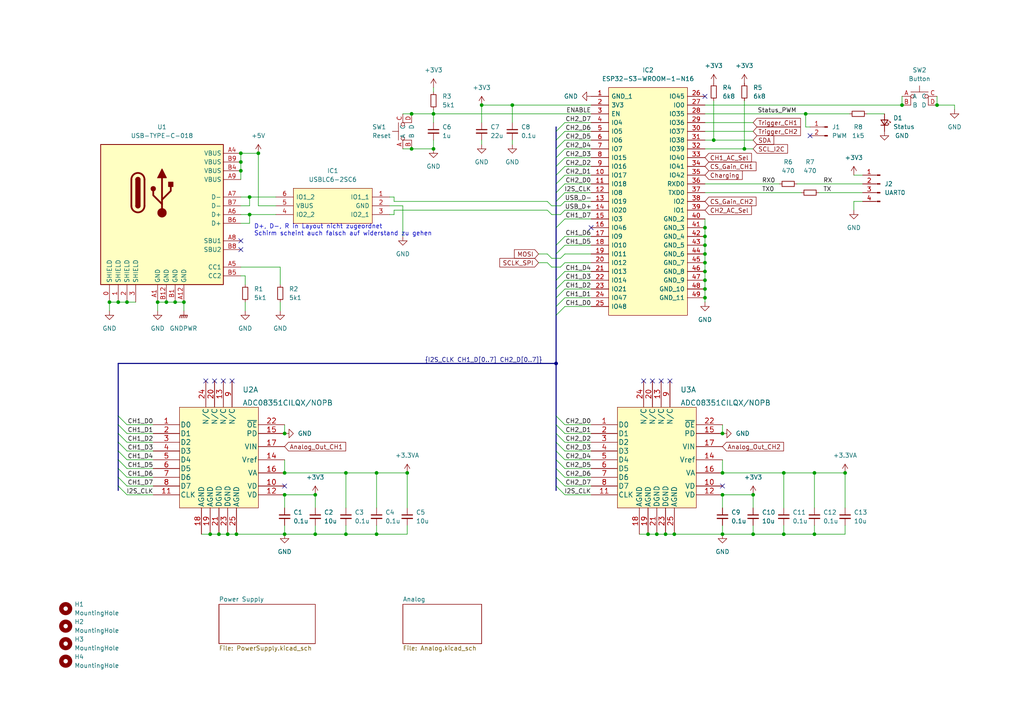
<source format=kicad_sch>
(kicad_sch (version 20211123) (generator eeschema)
  (paper "A4")
  (lib_symbols
    (symbol "ADC08351CILQX{brace}slash}NOPB_1" (pin_names (offset 0.254))
      (property "Reference" "U" (at 20.32 10.16 0))
      (property "Value" "ADC08351CILQX{brace}slash}NOPB_1" (at 20.32 7.62 0))
      (symbol "ADC08351CILQX{brace}slash}NOPB_1_1_1"
        (pin output line (at 43.18 -10.16 180) (length 7.62) (name "D0") (number "1"))
        (pin passive line (at 5.08 -27.94 0) (length 7.62) (name "VD") (number "10"))
        (pin input line (at 43.18 -30.48 180) (length 7.62) (name "CLK") (number "11"))
        (pin passive line (at 5.08 -30.48 0) (length 7.62) (name "VD") (number "12"))
        (pin free line (at 22.86 2.54 270) (length 7.62) (name "N/C") (number "13"))
        (pin input line (at 5.08 -20.32 0) (length 7.62) (name "Vref") (number "14"))
        (pin passive line (at 5.08 -12.7 0) (length 7.62) (name "PD") (number "15"))
        (pin passive line (at 5.08 -24.13 0) (length 7.62) (name "VA") (number "16"))
        (pin input line (at 5.08 -16.51 0) (length 7.62) (name "VIN") (number "17"))
        (pin passive line (at 29.21 -41.91 90) (length 7.62) (name "AGND") (number "18"))
        (pin passive line (at 26.67 -41.91 90) (length 7.62) (name "AGND") (number "19"))
        (pin output line (at 43.18 -12.7 180) (length 7.62) (name "D1") (number "2"))
        (pin free line (at 25.4 2.54 270) (length 7.62) (name "N/C") (number "20"))
        (pin passive line (at 24.13 -41.91 90) (length 7.62) (name "DGND") (number "21"))
        (pin passive line (at 5.08 -10.16 0) (length 7.62) (name "~{OE}") (number "22"))
        (pin passive line (at 21.59 -41.91 90) (length 7.62) (name "DGND") (number "23"))
        (pin free line (at 27.94 2.54 270) (length 7.62) (name "N/C") (number "24"))
        (pin passive line (at 19.05 -41.91 90) (length 7.62) (name "AGND") (number "25"))
        (pin output line (at 43.18 -15.24 180) (length 7.62) (name "D2") (number "3"))
        (pin output line (at 43.18 -17.78 180) (length 7.62) (name "D3") (number "4"))
        (pin output line (at 43.18 -20.32 180) (length 7.62) (name "D4") (number "5"))
        (pin output line (at 43.18 -22.86 180) (length 7.62) (name "D5") (number "6"))
        (pin output line (at 43.18 -25.4 180) (length 7.62) (name "D6") (number "7"))
        (pin output line (at 43.18 -27.94 180) (length 7.62) (name "D7") (number "8"))
        (pin free line (at 20.32 2.54 270) (length 7.62) (name "N/C") (number "9"))
      )
      (symbol "ADC08351CILQX{brace}slash}NOPB_1_2_1"
        (pin passive line (at 0 -20.32 0) (length 7.62) (name "NC") (number "13"))
        (pin passive line (at 0 -20.32 0) (length 7.62) (name "VREF") (number "14"))
        (pin passive line (at 0 0 0) (length 7.62) (name "AGND") (number "18"))
        (pin passive line (at 0 0 0) (length 7.62) (name "AGND") (number "19"))
        (pin passive line (at 0 0 0) (length 7.62) (name "NC") (number "20"))
        (pin passive line (at 0 0 0) (length 7.62) (name "DGND") (number "21"))
        (pin passive line (at 0 -5.08 0) (length 7.62) (name "DGND") (number "23"))
        (pin passive line (at 0 -5.08 0) (length 7.62) (name "NC") (number "24"))
        (pin passive line (at 40.64 -22.86 180) (length 7.62) (name "NC") (number "9"))
      )
    )
    (symbol "Connector:Conn_01x02_Male" (pin_names (offset 1.016) hide)
      (property "Reference" "J" (at 0 2.54 0))
      (property "Value" "Conn_01x02_Male" (at 0 -5.08 0))
      (symbol "Conn_01x02_Male_1_1"
        (pin passive line (at 5.08 0 180) (length 3.81) (name "Pin_1") (number "1"))
        (pin passive line (at 5.08 -2.54 180) (length 3.81) (name "Pin_2") (number "2"))
      )
    )
    (symbol "Connector:Conn_01x04_Male" (pin_names (offset 1.016) hide)
      (property "Reference" "J" (at 0 5.08 0))
      (property "Value" "Conn_01x04_Male" (at 0 -7.62 0))
      (symbol "Conn_01x04_Male_1_1"
        (pin passive line (at 5.08 2.54 180) (length 3.81) (name "Pin_1") (number "1"))
        (pin passive line (at 5.08 0 180) (length 3.81) (name "Pin_2") (number "2"))
        (pin passive line (at 5.08 -2.54 180) (length 3.81) (name "Pin_3") (number "3"))
        (pin passive line (at 5.08 -5.08 180) (length 3.81) (name "Pin_4") (number "4"))
      )
    )
    (symbol "Device:C_Small" (pin_numbers hide) (pin_names (offset 0.254) hide)
      (property "Reference" "C" (at 0.254 1.778 0))
      (property "Value" "C_Small" (at 0.254 -2.032 0))
      (symbol "C_Small_1_1"
        (pin passive line (at 0 2.54 270) (length 2.032) (name "~") (number "1"))
        (pin passive line (at 0 -2.54 90) (length 2.032) (name "~") (number "2"))
      )
    )
    (symbol "Device:LED_Small" (pin_numbers hide) (pin_names (offset 0.254) hide)
      (property "Reference" "D" (at -1.27 3.175 0))
      (property "Value" "LED_Small" (at -4.445 -2.54 0))
      (symbol "LED_Small_1_1"
        (pin passive line (at -2.54 0 0) (length 1.778) (name "K") (number "1"))
        (pin passive line (at 2.54 0 180) (length 1.778) (name "A") (number "2"))
      )
    )
    (symbol "Device:R_Small" (pin_numbers hide) (pin_names (offset 0.254) hide)
      (property "Reference" "R" (at 0.762 0.508 0))
      (property "Value" "R_Small" (at 0.762 -1.016 0))
      (symbol "R_Small_1_1"
        (pin passive line (at 0 2.54 270) (length 0.762) (name "~") (number "1"))
        (pin passive line (at 0 -2.54 90) (length 0.762) (name "~") (number "2"))
      )
    )
    (symbol "Mechanical:MountingHole" (pin_names (offset 1.016))
      (property "Reference" "H" (at 0 5.08 0))
      (property "Value" "MountingHole" (at 0 3.175 0))
    )
    (symbol "power:+3.3V" (power) (pin_names (offset 0))
      (property "Value" "+3.3V" (at 0 3.556 0))
      (symbol "+3.3V_1_1"
        (pin power_in line (at 0 0 90) (length 0) hide (name "+3V3") (number "1"))
      )
    )
    (symbol "power:+3.3VA" (power) (pin_names (offset 0))
      (property "Value" "+3.3VA" (at 0 3.556 0))
      (symbol "+3.3VA_1_1"
        (pin power_in line (at 0 0 90) (length 0) hide (name "+3.3VA") (number "1"))
      )
    )
    (symbol "power:+5V" (power) (pin_names (offset 0))
      (property "Value" "+5V" (at 0 3.556 0))
      (symbol "+5V_1_1"
        (pin power_in line (at 0 0 90) (length 0) hide (name "+5V") (number "1"))
      )
    )
    (symbol "power:GND" (power) (pin_names (offset 0))
      (property "Value" "GND" (at 0 -3.81 0))
      (symbol "GND_1_1"
        (pin power_in line (at 0 0 270) (length 0) hide (name "GND") (number "1"))
      )
    )
    (symbol "power:GNDPWR" (power) (pin_names (offset 0))
      (property "Value" "GNDPWR" (at 0 -3.302 0))
      (symbol "GNDPWR_1_1"
        (pin power_in line (at 0 0 270) (length 0) hide (name "GNDPWR") (number "1"))
      )
    )
    (symbol "project_library:ADC08351CILQX{brace}slash}NOPB" (pin_names (offset 0.254))
      (property "Reference" "U" (at 20.32 10.16 0))
      (property "Value" "ADC08351CILQX{brace}slash}NOPB" (at 20.32 7.62 0))
      (symbol "ADC08351CILQX{brace}slash}NOPB_1_1"
        (pin output line (at 43.18 -10.16 180) (length 7.62) (name "D0") (number "1"))
        (pin passive line (at 5.08 -27.94 0) (length 7.62) (name "VD") (number "10"))
        (pin input line (at 43.18 -30.48 180) (length 7.62) (name "CLK") (number "11"))
        (pin passive line (at 5.08 -30.48 0) (length 7.62) (name "VD") (number "12"))
        (pin free line (at 22.86 2.54 270) (length 7.62) (name "N/C") (number "13"))
        (pin input line (at 5.08 -20.32 0) (length 7.62) (name "Vref") (number "14"))
        (pin passive line (at 5.08 -12.7 0) (length 7.62) (name "PD") (number "15"))
        (pin passive line (at 5.08 -24.13 0) (length 7.62) (name "VA") (number "16"))
        (pin input line (at 5.08 -16.51 0) (length 7.62) (name "VIN") (number "17"))
        (pin passive line (at 29.21 -41.91 90) (length 7.62) (name "AGND") (number "18"))
        (pin passive line (at 26.67 -41.91 90) (length 7.62) (name "AGND") (number "19"))
        (pin output line (at 43.18 -12.7 180) (length 7.62) (name "D1") (number "2"))
        (pin free line (at 25.4 2.54 270) (length 7.62) (name "N/C") (number "20"))
        (pin passive line (at 24.13 -41.91 90) (length 7.62) (name "DGND") (number "21"))
        (pin passive line (at 5.08 -10.16 0) (length 7.62) (name "~{OE}") (number "22"))
        (pin passive line (at 21.59 -41.91 90) (length 7.62) (name "DGND") (number "23"))
        (pin free line (at 27.94 2.54 270) (length 7.62) (name "N/C") (number "24"))
        (pin passive line (at 19.05 -41.91 90) (length 7.62) (name "AGND") (number "25"))
        (pin output line (at 43.18 -15.24 180) (length 7.62) (name "D2") (number "3"))
        (pin output line (at 43.18 -17.78 180) (length 7.62) (name "D3") (number "4"))
        (pin output line (at 43.18 -20.32 180) (length 7.62) (name "D4") (number "5"))
        (pin output line (at 43.18 -22.86 180) (length 7.62) (name "D5") (number "6"))
        (pin output line (at 43.18 -25.4 180) (length 7.62) (name "D6") (number "7"))
        (pin output line (at 43.18 -27.94 180) (length 7.62) (name "D7") (number "8"))
        (pin free line (at 20.32 2.54 270) (length 7.62) (name "N/C") (number "9"))
      )
      (symbol "ADC08351CILQX{brace}slash}NOPB_2_1"
        (pin passive line (at 0 -20.32 0) (length 7.62) (name "NC") (number "13"))
        (pin passive line (at 0 -20.32 0) (length 7.62) (name "VREF") (number "14"))
        (pin passive line (at 0 0 0) (length 7.62) (name "AGND") (number "18"))
        (pin passive line (at 0 0 0) (length 7.62) (name "AGND") (number "19"))
        (pin passive line (at 0 0 0) (length 7.62) (name "NC") (number "20"))
        (pin passive line (at 0 0 0) (length 7.62) (name "DGND") (number "21"))
        (pin passive line (at 0 -5.08 0) (length 7.62) (name "DGND") (number "23"))
        (pin passive line (at 0 -5.08 0) (length 7.62) (name "NC") (number "24"))
        (pin passive line (at 40.64 -22.86 180) (length 7.62) (name "NC") (number "9"))
      )
    )
    (symbol "project_library:Button"
      (property "Reference" "SW" (at 0 0 0))
      (property "Value" "Button" (at 0 0 0))
      (symbol "Button_0_1"
        (pin passive line (at -5.08 -5.08 0) (length 2.54) (name "A") (number "A"))
        (pin passive line (at -5.08 -7.62 0) (length 2.54) (name "B") (number "B"))
        (pin passive line (at 5.08 -5.08 180) (length 2.54) (name "C") (number "C"))
        (pin passive line (at 5.08 -7.62 180) (length 2.54) (name "D") (number "D"))
      )
    )
    (symbol "project_library:ESP32-S3-WROOM-1-N16" (pin_names (offset 0.762))
      (property "Reference" "IC" (at 29.21 7.62 0))
      (property "Value" "ESP32-S3-WROOM-1-N16" (at 29.21 5.08 0))
      (symbol "ESP32-S3-WROOM-1-N16_0_0"
        (pin passive line (at 0 0 0) (length 5.08) (name "GND_1") (number "1"))
        (pin passive line (at 0 -22.86 0) (length 5.08) (name "IO17") (number "10"))
        (pin passive line (at 0 -25.4 0) (length 5.08) (name "IO18") (number "11"))
        (pin passive line (at 0 -27.94 0) (length 5.08) (name "IO8") (number "12"))
        (pin passive line (at 0 -30.48 0) (length 5.08) (name "IO19") (number "13"))
        (pin passive line (at 0 -33.02 0) (length 5.08) (name "IO20") (number "14"))
        (pin passive line (at 0 -35.56 0) (length 5.08) (name "IO3") (number "15"))
        (pin passive line (at 0 -38.1 0) (length 5.08) (name "IO46") (number "16"))
        (pin passive line (at 0 -40.64 0) (length 5.08) (name "IO9") (number "17"))
        (pin passive line (at 0 -43.18 0) (length 5.08) (name "IO10") (number "18"))
        (pin passive line (at 0 -45.72 0) (length 5.08) (name "IO11") (number "19"))
        (pin passive line (at 0 -2.54 0) (length 5.08) (name "3V3") (number "2"))
        (pin passive line (at 0 -48.26 0) (length 5.08) (name "IO12") (number "20"))
        (pin passive line (at 0 -50.8 0) (length 5.08) (name "IO13") (number "21"))
        (pin passive line (at 0 -53.34 0) (length 5.08) (name "IO14") (number "22"))
        (pin passive line (at 0 -55.88 0) (length 5.08) (name "IO21") (number "23"))
        (pin passive line (at 0 -58.42 0) (length 5.08) (name "IO47") (number "24"))
        (pin passive line (at 0 -60.96 0) (length 5.08) (name "IO48") (number "25"))
        (pin passive line (at 33.02 0 180) (length 5.08) (name "IO45") (number "26"))
        (pin passive line (at 33.02 -2.54 180) (length 5.08) (name "IO0") (number "27"))
        (pin passive line (at 33.02 -5.08 180) (length 5.08) (name "IO35") (number "28"))
        (pin passive line (at 33.02 -7.62 180) (length 5.08) (name "IO36") (number "29"))
        (pin passive line (at 0 -5.08 0) (length 5.08) (name "EN") (number "3"))
        (pin passive line (at 33.02 -10.16 180) (length 5.08) (name "IO37") (number "30"))
        (pin passive line (at 33.02 -12.7 180) (length 5.08) (name "IO38") (number "31"))
        (pin passive line (at 33.02 -15.24 180) (length 5.08) (name "IO39") (number "32"))
        (pin passive line (at 33.02 -17.78 180) (length 5.08) (name "IO40") (number "33"))
        (pin passive line (at 33.02 -20.32 180) (length 5.08) (name "IO41") (number "34"))
        (pin passive line (at 33.02 -22.86 180) (length 5.08) (name "IO42") (number "35"))
        (pin passive line (at 33.02 -25.4 180) (length 5.08) (name "RXD0") (number "36"))
        (pin passive line (at 33.02 -27.94 180) (length 5.08) (name "TXD0") (number "37"))
        (pin passive line (at 33.02 -30.48 180) (length 5.08) (name "IO2") (number "38"))
        (pin passive line (at 33.02 -33.02 180) (length 5.08) (name "IO1") (number "39"))
        (pin passive line (at 0 -7.62 0) (length 5.08) (name "IO4") (number "4"))
        (pin passive line (at 33.02 -35.56 180) (length 5.08) (name "GND_2") (number "40"))
        (pin passive line (at 33.02 -38.1 180) (length 5.08) (name "GND_3") (number "41"))
        (pin passive line (at 33.02 -40.64 180) (length 5.08) (name "GND_4") (number "42"))
        (pin passive line (at 33.02 -43.18 180) (length 5.08) (name "GND_5") (number "43"))
        (pin passive line (at 33.02 -45.72 180) (length 5.08) (name "GND_6") (number "44"))
        (pin passive line (at 33.02 -48.26 180) (length 5.08) (name "GND_7") (number "45"))
        (pin passive line (at 33.02 -50.8 180) (length 5.08) (name "GND_8") (number "46"))
        (pin passive line (at 33.02 -53.34 180) (length 5.08) (name "GND_9") (number "47"))
        (pin passive line (at 33.02 -55.88 180) (length 5.08) (name "GND_10") (number "48"))
        (pin passive line (at 33.02 -58.42 180) (length 5.08) (name "GND_11") (number "49"))
        (pin passive line (at 0 -10.16 0) (length 5.08) (name "IO5") (number "5"))
        (pin passive line (at 0 -12.7 0) (length 5.08) (name "IO6") (number "6"))
        (pin passive line (at 0 -15.24 0) (length 5.08) (name "IO7") (number "7"))
        (pin passive line (at 0 -17.78 0) (length 5.08) (name "IO15") (number "8"))
        (pin passive line (at 0 -20.32 0) (length 5.08) (name "IO16") (number "9"))
      )
    )
    (symbol "project_library:USB-TYPE-C-018"
      (property "Reference" "U" (at 11.43 3.81 0))
      (property "Value" "USB-TYPE-C-018" (at 11.43 1.27 0))
      (symbol "USB-TYPE-C-018_1_1"
        (pin passive line (at -13.97 -45.72 90) (length 5.08) (name "SHIELD") (number "0"))
        (pin passive line (at -11.43 -45.72 90) (length 5.08) (name "SHIELD") (number "1"))
        (pin passive line (at -8.89 -45.72 90) (length 5.08) (name "SHIELD") (number "2"))
        (pin passive line (at -6.35 -45.72 90) (length 5.08) (name "SHIELD") (number "3"))
        (pin passive line (at 0 -45.72 90) (length 5.08) (name "GND") (number "A1"))
        (pin passive line (at 7.62 -45.72 90) (length 5.08) (name "GND") (number "A12"))
        (pin passive line (at 24.13 -2.54 180) (length 5.08) (name "VBUS") (number "A4"))
        (pin bidirectional line (at 24.13 -35.56 180) (length 5.08) (name "CC1") (number "A5"))
        (pin bidirectional line (at 24.13 -20.32 180) (length 5.08) (name "D+") (number "A6"))
        (pin bidirectional line (at 24.13 -15.24 180) (length 5.08) (name "D-") (number "A7"))
        (pin bidirectional line (at 24.13 -27.94 180) (length 5.08) (name "SBU1") (number "A8"))
        (pin passive line (at 24.13 -10.16 180) (length 5.08) (name "VBUS") (number "A9"))
        (pin passive line (at 5.08 -45.72 90) (length 5.08) (name "GND") (number "B1"))
        (pin passive line (at 2.54 -45.72 90) (length 5.08) (name "GND") (number "B12"))
        (pin passive line (at 24.13 -7.62 180) (length 5.08) (name "VBUS") (number "B4"))
        (pin bidirectional line (at 24.13 -38.1 180) (length 5.08) (name "CC2") (number "B5"))
        (pin bidirectional line (at 24.13 -22.86 180) (length 5.08) (name "D+") (number "B6"))
        (pin bidirectional line (at 24.13 -17.78 180) (length 5.08) (name "D-") (number "B7"))
        (pin bidirectional line (at 24.13 -30.48 180) (length 5.08) (name "SBU2") (number "B8"))
        (pin passive line (at 24.13 -5.08 180) (length 5.08) (name "VBUS") (number "B9"))
      )
    )
    (symbol "project_library:USBLC6-2SC6" (pin_names (offset 0.762))
      (property "Reference" "IC" (at 29.21 7.62 0))
      (property "Value" "USBLC6-2SC6" (at 29.21 5.08 0))
      (symbol "USBLC6-2SC6_0_0"
        (pin passive line (at 0 0 0) (length 5.08) (name "IO1_1") (number "1"))
        (pin passive line (at 0 -2.54 0) (length 5.08) (name "GND") (number "2"))
        (pin passive line (at 0 -5.08 0) (length 5.08) (name "IO2_1") (number "3"))
        (pin passive line (at 33.02 -5.08 180) (length 5.08) (name "IO2_2") (number "4"))
        (pin passive line (at 33.02 -2.54 180) (length 5.08) (name "VBUS") (number "5"))
        (pin passive line (at 33.02 0 180) (length 5.08) (name "IO1_2") (number "6"))
      )
    )
  )
  (junction (at 204.47 71.12))
  (junction (at 48.26 87.63))
  (junction (at 82.55 125.73))
  (junction (at 215.9 43.18))
  (junction (at 72.39 62.23))
  (junction (at 207.01 40.64))
  (junction (at 218.44 154.94))
  (junction (at 36.83 87.63))
  (junction (at 91.44 143.51))
  (junction (at 91.44 154.94))
  (junction (at 31.75 87.63))
  (junction (at 63.5 154.94))
  (junction (at 118.11 137.16))
  (junction (at 204.47 86.36))
  (junction (at 69.85 49.53))
  (junction (at 34.29 87.63))
  (junction (at 204.47 68.58))
  (junction (at 236.22 137.16))
  (junction (at 204.47 76.2))
  (junction (at 69.85 44.45))
  (junction (at 271.78 30.48))
  (junction (at 139.7 30.48))
  (junction (at 261.62 30.48))
  (junction (at 233.68 33.02))
  (junction (at 68.58 154.94))
  (junction (at 74.93 44.45))
  (junction (at 204.47 83.82))
  (junction (at 82.55 137.16))
  (junction (at 204.47 78.74))
  (junction (at 82.55 143.51))
  (junction (at 69.85 46.99))
  (junction (at 100.33 154.94))
  (junction (at 195.58 154.94))
  (junction (at 209.55 143.51))
  (junction (at 236.22 154.94))
  (junction (at 204.47 66.04))
  (junction (at 119.38 33.02))
  (junction (at 209.55 154.94))
  (junction (at 125.73 33.02))
  (junction (at 45.72 87.63))
  (junction (at 227.33 154.94))
  (junction (at 209.55 137.16))
  (junction (at 50.8 87.63))
  (junction (at 125.73 43.18))
  (junction (at 66.04 154.94))
  (junction (at 100.33 137.16))
  (junction (at 72.39 57.15))
  (junction (at 119.38 43.18))
  (junction (at 187.96 154.94))
  (junction (at 209.55 125.73))
  (junction (at 109.22 137.16))
  (junction (at 204.47 81.28))
  (junction (at 204.47 73.66))
  (junction (at 193.04 154.94))
  (junction (at 218.44 143.51))
  (junction (at 109.22 154.94))
  (junction (at 148.59 30.48))
  (junction (at 190.5 154.94))
  (junction (at 245.11 137.16))
  (junction (at 82.55 154.94))
  (junction (at 60.96 154.94))
  (junction (at 53.34 87.63))
  (junction (at 227.33 137.16))
  (junction (at 161.29 105.41))
  (no_connect (at 82.55 140.97))
  (no_connect (at 69.85 69.85))
  (no_connect (at 69.85 72.39))
  (no_connect (at 59.69 110.49))
  (no_connect (at 62.23 110.49))
  (no_connect (at 67.31 110.49))
  (no_connect (at 64.77 110.49))
  (no_connect (at 186.69 110.49))
  (no_connect (at 194.31 110.49))
  (no_connect (at 209.55 140.97))
  (no_connect (at 189.23 110.49))
  (no_connect (at 204.47 27.94))
  (no_connect (at 171.45 66.04))
  (no_connect (at 191.77 110.49))
  (no_connect (at 234.95 39.37))
  (bus_entry (at 161.29 73.66) (size 2.54 -2.54))
  (bus_entry (at 34.29 128.27) (size 2.54 2.54))
  (bus_entry (at 34.29 125.73) (size 2.54 2.54))
  (bus_entry (at 161.29 40.64) (size 2.54 -2.54))
  (bus_entry (at 161.29 45.72) (size 2.54 -2.54))
  (bus_entry (at 161.29 58.42) (size 2.54 -2.54))
  (bus_entry (at 161.29 86.36) (size 2.54 -2.54))
  (bus_entry (at 161.29 125.73) (size 2.54 2.54))
  (bus_entry (at 161.29 140.97) (size 2.54 2.54))
  (bus_entry (at 161.29 66.04) (size 2.54 -2.54))
  (bus_entry (at 161.29 91.44) (size 2.54 -2.54))
  (bus_entry (at 161.29 38.1) (size 2.54 -2.54))
  (bus_entry (at 34.29 140.97) (size 2.54 2.54))
  (bus_entry (at 34.29 120.65) (size 2.54 2.54))
  (bus_entry (at 34.29 133.35) (size 2.54 2.54))
  (bus_entry (at 34.29 135.89) (size 2.54 2.54))
  (bus_entry (at 161.29 81.28) (size 2.54 -2.54))
  (bus_entry (at 34.29 130.81) (size 2.54 2.54))
  (bus_entry (at 161.29 48.26) (size 2.54 -2.54))
  (bus_entry (at 161.29 50.8) (size 2.54 -2.54))
  (bus_entry (at 161.29 135.89) (size 2.54 2.54))
  (bus_entry (at 161.29 55.88) (size 2.54 -2.54))
  (bus_entry (at 161.29 88.9) (size 2.54 -2.54))
  (bus_entry (at 161.29 133.35) (size 2.54 2.54))
  (bus_entry (at 161.29 71.12) (size 2.54 -2.54))
  (bus_entry (at 161.29 83.82) (size 2.54 -2.54))
  (bus_entry (at 161.29 53.34) (size 2.54 -2.54))
  (bus_entry (at 161.29 120.65) (size 2.54 2.54))
  (bus_entry (at 161.29 123.19) (size 2.54 2.54))
  (bus_entry (at 161.29 138.43) (size 2.54 2.54))
  (bus_entry (at 161.29 43.18) (size 2.54 -2.54))
  (bus_entry (at 161.29 128.27) (size 2.54 2.54))
  (bus_entry (at 34.29 123.19) (size 2.54 2.54))
  (bus_entry (at 161.29 130.81) (size 2.54 2.54))
  (bus_entry (at 34.29 138.43) (size 2.54 2.54))
  (wire (pts (xy 218.44 152.4) (xy 218.44 154.94)))
  (bus (pts (xy 161.29 140.97) (xy 161.29 142.24)))
  (wire (pts (xy 261.62 27.94) (xy 261.62 30.48)))
  (wire (pts (xy 91.44 154.94) (xy 82.55 154.94)))
  (wire (pts (xy 69.85 77.47) (xy 81.28 77.47)))
  (wire (pts (xy 250.19 58.42) (xy 247.65 58.42)))
  (wire (pts (xy 160.02 59.69) (xy 158.75 58.42)))
  (wire (pts (xy 271.78 30.48) (xy 276.86 30.48)))
  (wire (pts (xy 163.83 58.42) (xy 162.56 59.69)))
  (wire (pts (xy 218.44 154.94) (xy 227.33 154.94)))
  (wire (pts (xy 109.22 137.16) (xy 100.33 137.16)))
  (bus (pts (xy 161.29 105.41) (xy 161.29 120.65)))
  (wire (pts (xy 125.73 33.02) (xy 171.45 33.02)))
  (wire (pts (xy 163.83 78.74) (xy 171.45 78.74)))
  (wire (pts (xy 118.11 147.32) (xy 118.11 137.16)))
  (wire (pts (xy 245.11 152.4) (xy 245.11 154.94)))
  (wire (pts (xy 190.5 154.94) (xy 193.04 154.94)))
  (bus (pts (xy 161.29 81.28) (xy 161.29 83.82)))
  (wire (pts (xy 237.49 55.88) (xy 250.19 55.88)))
  (wire (pts (xy 119.38 33.02) (xy 125.73 33.02)))
  (wire (pts (xy 125.73 40.64) (xy 125.73 43.18)))
  (wire (pts (xy 114.3 60.96) (xy 114.3 62.23)))
  (wire (pts (xy 82.55 133.35) (xy 82.55 137.16)))
  (wire (pts (xy 116.84 59.69) (xy 116.84 68.58)))
  (wire (pts (xy 233.68 33.02) (xy 246.38 33.02)))
  (wire (pts (xy 276.86 31.75) (xy 276.86 30.48)))
  (wire (pts (xy 163.83 60.96) (xy 171.45 60.96)))
  (wire (pts (xy 207.01 29.21) (xy 207.01 40.64)))
  (wire (pts (xy 36.83 140.97) (xy 44.45 140.97)))
  (wire (pts (xy 163.83 48.26) (xy 171.45 48.26)))
  (wire (pts (xy 163.83 86.36) (xy 171.45 86.36)))
  (wire (pts (xy 227.33 152.4) (xy 227.33 154.94)))
  (bus (pts (xy 34.29 125.73) (xy 34.29 128.27)))
  (bus (pts (xy 34.29 105.41) (xy 34.29 120.65)))
  (wire (pts (xy 72.39 57.15) (xy 80.01 57.15)))
  (wire (pts (xy 91.44 154.94) (xy 100.33 154.94)))
  (wire (pts (xy 204.47 30.48) (xy 261.62 30.48)))
  (wire (pts (xy 163.83 71.12) (xy 171.45 71.12)))
  (wire (pts (xy 160.02 74.93) (xy 158.75 73.66)))
  (bus (pts (xy 161.29 50.8) (xy 161.29 53.34)))
  (wire (pts (xy 45.72 87.63) (xy 45.72 90.17)))
  (wire (pts (xy 204.47 86.36) (xy 204.47 87.63)))
  (bus (pts (xy 161.29 130.81) (xy 161.29 133.35)))
  (wire (pts (xy 163.83 88.9) (xy 171.45 88.9)))
  (wire (pts (xy 163.83 130.81) (xy 171.45 130.81)))
  (wire (pts (xy 74.93 59.69) (xy 80.01 59.69)))
  (wire (pts (xy 204.47 68.58) (xy 204.47 71.12)))
  (wire (pts (xy 36.83 143.51) (xy 44.45 143.51)))
  (wire (pts (xy 118.11 154.94) (xy 109.22 154.94)))
  (wire (pts (xy 236.22 137.16) (xy 236.22 147.32)))
  (wire (pts (xy 156.21 73.66) (xy 158.75 73.66)))
  (wire (pts (xy 204.47 83.82) (xy 204.47 86.36)))
  (wire (pts (xy 233.68 33.02) (xy 233.68 36.83)))
  (wire (pts (xy 113.03 57.15) (xy 114.3 57.15)))
  (wire (pts (xy 163.83 55.88) (xy 171.45 55.88)))
  (wire (pts (xy 69.85 44.45) (xy 69.85 46.99)))
  (wire (pts (xy 100.33 137.16) (xy 100.33 147.32)))
  (bus (pts (xy 161.29 91.44) (xy 161.29 105.41)))
  (wire (pts (xy 139.7 40.64) (xy 139.7 41.91)))
  (wire (pts (xy 163.83 81.28) (xy 171.45 81.28)))
  (bus (pts (xy 161.29 88.9) (xy 161.29 91.44)))
  (wire (pts (xy 204.47 43.18) (xy 215.9 43.18)))
  (bus (pts (xy 161.29 36.83) (xy 161.29 38.1)))
  (wire (pts (xy 116.84 43.18) (xy 119.38 43.18)))
  (wire (pts (xy 158.75 58.42) (xy 114.3 58.42)))
  (wire (pts (xy 193.04 154.94) (xy 195.58 154.94)))
  (wire (pts (xy 69.85 44.45) (xy 74.93 44.45)))
  (wire (pts (xy 72.39 62.23) (xy 69.85 62.23)))
  (wire (pts (xy 163.83 76.2) (xy 162.56 77.47)))
  (bus (pts (xy 161.29 128.27) (xy 161.29 130.81)))
  (wire (pts (xy 50.8 87.63) (xy 53.34 87.63)))
  (wire (pts (xy 71.12 87.63) (xy 71.12 90.17)))
  (wire (pts (xy 204.47 53.34) (xy 226.06 53.34)))
  (bus (pts (xy 34.29 133.35) (xy 34.29 135.89)))
  (wire (pts (xy 48.26 87.63) (xy 50.8 87.63)))
  (wire (pts (xy 91.44 147.32) (xy 91.44 143.51)))
  (wire (pts (xy 148.59 30.48) (xy 148.59 35.56)))
  (wire (pts (xy 247.65 58.42) (xy 247.65 60.96)))
  (wire (pts (xy 163.83 123.19) (xy 171.45 123.19)))
  (wire (pts (xy 72.39 59.69) (xy 69.85 59.69)))
  (bus (pts (xy 34.29 138.43) (xy 34.29 140.97)))
  (wire (pts (xy 100.33 154.94) (xy 109.22 154.94)))
  (wire (pts (xy 204.47 81.28) (xy 204.47 83.82)))
  (wire (pts (xy 58.42 154.94) (xy 60.96 154.94)))
  (wire (pts (xy 204.47 76.2) (xy 204.47 78.74)))
  (wire (pts (xy 163.83 125.73) (xy 171.45 125.73)))
  (wire (pts (xy 204.47 40.64) (xy 207.01 40.64)))
  (wire (pts (xy 195.58 154.94) (xy 209.55 154.94)))
  (wire (pts (xy 204.47 35.56) (xy 218.44 35.56)))
  (wire (pts (xy 109.22 137.16) (xy 109.22 147.32)))
  (wire (pts (xy 209.55 133.35) (xy 209.55 137.16)))
  (bus (pts (xy 161.29 71.12) (xy 161.29 73.66)))
  (bus (pts (xy 161.29 125.73) (xy 161.29 128.27)))
  (wire (pts (xy 218.44 143.51) (xy 209.55 143.51)))
  (wire (pts (xy 66.04 154.94) (xy 68.58 154.94)))
  (wire (pts (xy 82.55 137.16) (xy 100.33 137.16)))
  (wire (pts (xy 72.39 57.15) (xy 69.85 57.15)))
  (bus (pts (xy 161.29 73.66) (xy 161.29 81.28)))
  (wire (pts (xy 160.02 77.47) (xy 158.75 76.2)))
  (wire (pts (xy 163.83 140.97) (xy 171.45 140.97)))
  (wire (pts (xy 163.83 50.8) (xy 171.45 50.8)))
  (wire (pts (xy 69.85 46.99) (xy 69.85 49.53)))
  (wire (pts (xy 163.83 63.5) (xy 171.45 63.5)))
  (bus (pts (xy 161.29 120.65) (xy 161.29 123.19)))
  (wire (pts (xy 218.44 154.94) (xy 209.55 154.94)))
  (wire (pts (xy 227.33 154.94) (xy 236.22 154.94)))
  (wire (pts (xy 227.33 137.16) (xy 227.33 147.32)))
  (wire (pts (xy 204.47 78.74) (xy 204.47 81.28)))
  (wire (pts (xy 113.03 59.69) (xy 116.84 59.69)))
  (wire (pts (xy 160.02 62.23) (xy 162.56 62.23)))
  (wire (pts (xy 163.83 73.66) (xy 171.45 73.66)))
  (wire (pts (xy 45.72 87.63) (xy 48.26 87.63)))
  (bus (pts (xy 161.29 43.18) (xy 161.29 45.72)))
  (wire (pts (xy 245.11 147.32) (xy 245.11 137.16)))
  (wire (pts (xy 116.84 33.02) (xy 119.38 33.02)))
  (bus (pts (xy 161.29 133.35) (xy 161.29 135.89)))
  (wire (pts (xy 187.96 154.94) (xy 190.5 154.94)))
  (wire (pts (xy 139.7 30.48) (xy 148.59 30.48)))
  (wire (pts (xy 69.85 80.01) (xy 71.12 80.01)))
  (wire (pts (xy 119.38 43.18) (xy 125.73 43.18)))
  (bus (pts (xy 161.29 123.19) (xy 161.29 125.73)))
  (wire (pts (xy 125.73 31.75) (xy 125.73 33.02)))
  (wire (pts (xy 163.83 35.56) (xy 171.45 35.56)))
  (wire (pts (xy 82.55 143.51) (xy 82.55 147.32)))
  (wire (pts (xy 247.65 50.8) (xy 250.19 50.8)))
  (bus (pts (xy 161.29 45.72) (xy 161.29 48.26)))
  (wire (pts (xy 109.22 152.4) (xy 109.22 154.94)))
  (bus (pts (xy 161.29 48.26) (xy 161.29 50.8)))
  (bus (pts (xy 34.29 123.19) (xy 34.29 125.73)))
  (wire (pts (xy 68.58 154.94) (xy 82.55 154.94)))
  (wire (pts (xy 156.21 76.2) (xy 158.75 76.2)))
  (wire (pts (xy 204.47 66.04) (xy 204.47 68.58)))
  (bus (pts (xy 161.29 55.88) (xy 161.29 58.42)))
  (wire (pts (xy 82.55 154.94) (xy 82.55 152.4)))
  (wire (pts (xy 163.83 143.51) (xy 171.45 143.51)))
  (wire (pts (xy 185.42 154.94) (xy 187.96 154.94)))
  (wire (pts (xy 91.44 152.4) (xy 91.44 154.94)))
  (wire (pts (xy 125.73 33.02) (xy 125.73 35.56)))
  (wire (pts (xy 71.12 80.01) (xy 71.12 82.55)))
  (wire (pts (xy 81.28 87.63) (xy 81.28 90.17)))
  (wire (pts (xy 204.47 55.88) (xy 232.41 55.88)))
  (wire (pts (xy 69.85 49.53) (xy 69.85 52.07)))
  (wire (pts (xy 36.83 135.89) (xy 44.45 135.89)))
  (wire (pts (xy 204.47 38.1) (xy 218.44 38.1)))
  (wire (pts (xy 163.83 138.43) (xy 171.45 138.43)))
  (wire (pts (xy 236.22 137.16) (xy 227.33 137.16)))
  (wire (pts (xy 231.14 53.34) (xy 250.19 53.34)))
  (wire (pts (xy 82.55 123.19) (xy 82.55 125.73)))
  (wire (pts (xy 114.3 62.23) (xy 113.03 62.23)))
  (bus (pts (xy 34.29 128.27) (xy 34.29 130.81)))
  (bus (pts (xy 34.29 120.65) (xy 34.29 123.19)))
  (wire (pts (xy 36.83 130.81) (xy 44.45 130.81)))
  (bus (pts (xy 34.29 135.89) (xy 34.29 138.43)))
  (wire (pts (xy 218.44 147.32) (xy 218.44 143.51)))
  (wire (pts (xy 218.44 43.18) (xy 215.9 43.18)))
  (wire (pts (xy 63.5 154.94) (xy 66.04 154.94)))
  (bus (pts (xy 161.29 58.42) (xy 161.29 66.04)))
  (wire (pts (xy 204.47 71.12) (xy 204.47 73.66)))
  (wire (pts (xy 163.83 83.82) (xy 171.45 83.82)))
  (wire (pts (xy 139.7 30.48) (xy 139.7 35.56)))
  (wire (pts (xy 34.29 87.63) (xy 36.83 87.63)))
  (wire (pts (xy 163.83 135.89) (xy 171.45 135.89)))
  (wire (pts (xy 163.83 53.34) (xy 171.45 53.34)))
  (wire (pts (xy 36.83 123.19) (xy 44.45 123.19)))
  (wire (pts (xy 72.39 62.23) (xy 80.01 62.23)))
  (wire (pts (xy 204.47 73.66) (xy 204.47 76.2)))
  (wire (pts (xy 271.78 27.94) (xy 271.78 30.48)))
  (wire (pts (xy 251.46 33.02) (xy 256.54 33.02)))
  (wire (pts (xy 31.75 87.63) (xy 31.75 90.17)))
  (bus (pts (xy 34.29 105.41) (xy 161.29 105.41)))
  (wire (pts (xy 114.3 60.96) (xy 158.75 60.96)))
  (wire (pts (xy 72.39 64.77) (xy 69.85 64.77)))
  (wire (pts (xy 36.83 138.43) (xy 44.45 138.43)))
  (wire (pts (xy 204.47 63.5) (xy 204.47 66.04)))
  (wire (pts (xy 163.83 45.72) (xy 171.45 45.72)))
  (wire (pts (xy 36.83 133.35) (xy 44.45 133.35)))
  (wire (pts (xy 162.56 59.69) (xy 160.02 59.69)))
  (wire (pts (xy 125.73 25.4) (xy 125.73 26.67)))
  (wire (pts (xy 148.59 30.48) (xy 171.45 30.48)))
  (wire (pts (xy 163.83 38.1) (xy 171.45 38.1)))
  (wire (pts (xy 148.59 40.64) (xy 148.59 41.91)))
  (wire (pts (xy 245.11 137.16) (xy 236.22 137.16)))
  (wire (pts (xy 234.95 36.83) (xy 233.68 36.83)))
  (wire (pts (xy 236.22 152.4) (xy 236.22 154.94)))
  (wire (pts (xy 60.96 154.94) (xy 63.5 154.94)))
  (wire (pts (xy 171.45 76.2) (xy 163.83 76.2)))
  (bus (pts (xy 161.29 40.64) (xy 161.29 43.18)))
  (wire (pts (xy 91.44 143.51) (xy 82.55 143.51)))
  (wire (pts (xy 118.11 152.4) (xy 118.11 154.94)))
  (wire (pts (xy 31.75 87.63) (xy 34.29 87.63)))
  (wire (pts (xy 209.55 154.94) (xy 209.55 152.4)))
  (bus (pts (xy 161.29 83.82) (xy 161.29 86.36)))
  (wire (pts (xy 36.83 128.27) (xy 44.45 128.27)))
  (bus (pts (xy 34.29 130.81) (xy 34.29 133.35)))
  (wire (pts (xy 118.11 137.16) (xy 109.22 137.16)))
  (wire (pts (xy 209.55 123.19) (xy 209.55 125.73)))
  (wire (pts (xy 204.47 33.02) (xy 233.68 33.02)))
  (wire (pts (xy 53.34 87.63) (xy 53.34 90.17)))
  (bus (pts (xy 161.29 138.43) (xy 161.29 140.97)))
  (wire (pts (xy 163.83 43.18) (xy 171.45 43.18)))
  (bus (pts (xy 161.29 53.34) (xy 161.29 55.88)))
  (bus (pts (xy 161.29 38.1) (xy 161.29 40.64)))
  (wire (pts (xy 36.83 125.73) (xy 44.45 125.73)))
  (wire (pts (xy 245.11 154.94) (xy 236.22 154.94)))
  (bus (pts (xy 161.29 135.89) (xy 161.29 138.43)))
  (wire (pts (xy 72.39 57.15) (xy 72.39 59.69)))
  (wire (pts (xy 163.83 133.35) (xy 171.45 133.35)))
  (wire (pts (xy 163.83 58.42) (xy 171.45 58.42)))
  (wire (pts (xy 36.83 87.63) (xy 39.37 87.63)))
  (bus (pts (xy 34.29 140.97) (xy 34.29 142.24)))
  (wire (pts (xy 74.93 59.69) (xy 74.93 44.45)))
  (bus (pts (xy 161.29 86.36) (xy 161.29 88.9)))
  (wire (pts (xy 163.83 60.96) (xy 162.56 62.23)))
  (wire (pts (xy 100.33 152.4) (xy 100.33 154.94)))
  (wire (pts (xy 163.83 73.66) (xy 162.56 74.93)))
  (wire (pts (xy 215.9 29.21) (xy 215.9 43.18)))
  (wire (pts (xy 81.28 77.47) (xy 81.28 82.55)))
  (wire (pts (xy 218.44 40.64) (xy 207.01 40.64)))
  (wire (pts (xy 163.83 40.64) (xy 171.45 40.64)))
  (wire (pts (xy 162.56 74.93) (xy 160.02 74.93)))
  (wire (pts (xy 114.3 58.42) (xy 114.3 57.15)))
  (bus (pts (xy 161.29 66.04) (xy 161.29 71.12)))
  (wire (pts (xy 160.02 62.23) (xy 158.75 60.96)))
  (wire (pts (xy 72.39 62.23) (xy 72.39 64.77)))
  (wire (pts (xy 163.83 68.58) (xy 171.45 68.58)))
  (wire (pts (xy 163.83 128.27) (xy 171.45 128.27)))
  (wire (pts (xy 162.56 77.47) (xy 160.02 77.47)))
  (wire (pts (xy 209.55 137.16) (xy 227.33 137.16)))
  (wire (pts (xy 209.55 143.51) (xy 209.55 147.32)))
  (text "D+, D-, R in Layout nicht zugeordnet\nSchirm scheint auch falsch auf widerstand zu gehen" (at 73.66 68.58 0) (effects (font (size 1.27 1.27)) (justify left bottom)))
  (label "TX" (at 238.76 55.88 0))
  (label "ENABLE" (at 171.45 33.02 180))
  (label "{I2S_CLK CH1_D[0..7] CH2_D[0..7]}" (at 123.19 105.41 0))
  (label "CH1_D0" (at 171.45 88.9 180))
  (label "CH2_D4" (at 171.45 133.35 180))
  (label "CH1_D1" (at 171.45 86.36 180))
  (label "I2S_CLK" (at 171.45 143.51 180))
  (label "CH1_D0" (at 44.45 123.19 180))
  (label "CH1_D2" (at 44.45 128.27 180))
  (label "CH2_D6" (at 171.45 138.43 180))
  (label "CH2_D3" (at 171.45 45.72 180))
  (label "USB_D+" (at 163.83 60.96 0))
  (label "TX0" (at 220.98 55.88 0))
  (label "CH2_D5" (at 171.45 135.89 180))
  (label "I2S_CLK" (at 44.45 143.51 180))
  (label "CH1_D4" (at 44.45 133.35 180))
  (label "CH2_D0" (at 171.45 123.19 180))
  (label "CH2_D7" (at 171.45 140.97 180))
  (label "CH2_D3" (at 171.45 130.81 180))
  (label "I2S_CLK" (at 171.45 55.88 180))
  (label "CH2_D2" (at 171.45 128.27 180))
  (label "CH2_D0" (at 171.45 53.34 180))
  (label "CH1_D5" (at 171.45 71.12 180))
  (label "CH1_D6" (at 171.45 68.58 180))
  (label "CH2_D6" (at 171.45 38.1 180))
  (label "CH1_D7" (at 44.45 140.97 180))
  (label "CH2_D1" (at 171.45 50.8 180))
  (label "CH1_D3" (at 44.45 130.81 180))
  (label "CH2_D2" (at 171.45 48.26 180))
  (label "CH1_D5" (at 44.45 135.89 180))
  (label "CH2_D1" (at 171.45 125.73 180))
  (label "Status_PWM" (at 219.71 33.02 0))
  (label "RX" (at 238.76 53.34 0))
  (label "USB_D-" (at 163.83 58.42 0))
  (label "CH1_D1" (at 44.45 125.73 180))
  (label "CH1_D3" (at 171.45 81.28 180))
  (label "CH1_D6" (at 44.45 138.43 180))
  (label "CH1_D4" (at 171.45 78.74 180))
  (label "CH2_D5" (at 171.45 40.64 180))
  (label "RX0" (at 220.98 53.34 0))
  (label "CH2_D4" (at 171.45 43.18 180))
  (label "CH2_D7" (at 171.45 35.56 180))
  (label "CH1_D7" (at 171.45 63.5 180))
  (label "CH1_D2" (at 171.45 83.82 180))
  (global_label "CS_Gain_CH2" (shape input) (at 204.47 58.42 0) (property "Intersheet References" "${INTERSHEET_REFS}" (effects hide)))
  (global_label "Analog_Out_CH2" (shape input) (at 209.55 129.54 0) (property "Intersheet References" "${INTERSHEET_REFS}" (effects hide)))
  (global_label "Analog_Out_CH1" (shape input) (at 82.55 129.54 0) (property "Intersheet References" "${INTERSHEET_REFS}" (effects hide)))
  (global_label "CH2_AC_Sel" (shape input) (at 204.47 60.96 0) (property "Intersheet References" "${INTERSHEET_REFS}" (effects hide)))
  (global_label "CS_Gain_CH1" (shape input) (at 204.47 48.26 0) (property "Intersheet References" "${INTERSHEET_REFS}" (effects hide)))
  (global_label "Charging" (shape input) (at 204.47 50.8 0) (property "Intersheet References" "${INTERSHEET_REFS}" (effects hide)))
  (global_label "SCL_I2C" (shape input) (at 218.44 43.18 0) (property "Intersheet References" "${INTERSHEET_REFS}" (effects hide)))
  (global_label "SCLK_SPI" (shape input) (at 156.21 76.2 180) (property "Intersheet References" "${INTERSHEET_REFS}" (effects hide)))
  (global_label "MOSI" (shape input) (at 156.21 73.66 180) (property "Intersheet References" "${INTERSHEET_REFS}" (effects hide)))
  (global_label "SDA" (shape input) (at 218.44 40.64 0) (property "Intersheet References" "${INTERSHEET_REFS}" (effects hide)))
  (global_label "Trigger_CH2" (shape input) (at 218.44 38.1 0) (property "Intersheet References" "${INTERSHEET_REFS}" (effects hide)))
  (global_label "CH1_AC_Sel" (shape input) (at 204.47 45.72 0) (property "Intersheet References" "${INTERSHEET_REFS}" (effects hide)))
  (global_label "Trigger_CH1" (shape input) (at 218.44 35.56 0) (property "Intersheet References" "${INTERSHEET_REFS}" (effects hide)))
  (symbol (lib_id "Device:C_Small") (at 125.73 38.1 0) (unit 1)
    (property "Reference" "C6" (at 128.27 36.8362 0) (effects (justify left)))
    (property "Value" "1u" (at 128.27 39.3762 0) (effects (justify left)))
    (property "Footprint" "Capacitor_SMD:C_0805_2012Metric_Pad1.18x1.45mm_HandSolder" (effects hide))
  )
  (symbol (lib_id "Device:C_Small") (at 82.55 149.86 0) (unit 1)
    (property "Reference" "C1" (at 85.09 148.5962 0) (effects (justify left)))
    (property "Value" "0.1u" (at 85.09 151.1362 0) (effects (justify left)))
    (property "Footprint" "Capacitor_SMD:C_0805_2012Metric_Pad1.18x1.45mm_HandSolder" (effects hide))
  )
  (symbol (lib_id "Device:LED_Small") (at 256.54 35.56 270) (mirror x) (unit 1)
    (property "Reference" "D1" (at 259.08 34.2264 90) (effects (justify left)))
    (property "Value" "Status" (at 259.08 36.7664 90) (effects (justify left)))
    (property "Footprint" "LED_SMD:LED_0805_2012Metric_Pad1.15x1.40mm_HandSolder" (effects hide))
  )
  (symbol (lib_id "Device:R_Small") (at 215.9 26.67 0) (mirror x) (unit 1)
    (property "Reference" "R5" (at 218.44 25.4 0) (effects (justify left)))
    (property "Value" "6k8" (at 218.44 27.94 0) (effects (justify left)))
    (property "Footprint" "Resistor_SMD:R_0805_2012Metric_Pad1.20x1.40mm_HandSolder" (effects hide))
  )
  (symbol (lib_id "power:GND") (at 81.28 90.17 0) (unit 1)
    (property "Reference" "#PWR06" (effects hide))
    (property "Value" "GND" (at 81.28 95.25 0))
  )
  (symbol (lib_id "power:+3.3V") (at 91.44 143.51 0) (unit 1)
    (property "Reference" "#PWR09" (effects hide))
    (property "Value" "+3.3V" (at 91.44 138.43 0))
  )
  (symbol (lib_id "power:GND") (at 31.75 90.17 0) (unit 1)
    (property "Reference" "#PWR01" (effects hide))
    (property "Value" "GND" (at 31.75 95.25 0))
  )
  (symbol (lib_id "Device:C_Small") (at 139.7 38.1 0) (unit 1)
    (property "Reference" "C7" (at 142.24 36.8362 0) (effects (justify left)))
    (property "Value" "22u" (at 142.24 39.3762 0) (effects (justify left)))
    (property "Footprint" "Capacitor_SMD:C_0805_2012Metric_Pad1.18x1.45mm_HandSolder" (effects hide))
  )
  (symbol (lib_id "power:GND") (at 209.55 125.73 90) (unit 1)
    (property "Reference" "#PWR020" (effects hide))
    (property "Value" "GND" (at 213.36 125.7299 90) (effects (justify right)))
  )
  (symbol (lib_id "power:GND") (at 125.73 43.18 0) (unit 1)
    (property "Reference" "#PWR013" (effects hide))
    (property "Value" "GND" (at 125.73 48.26 0))
  )
  (symbol (lib_id "Device:R_Small") (at 228.6 53.34 90) (unit 1)
    (property "Reference" "R6" (at 228.6 46.99 90))
    (property "Value" "470" (at 228.6 49.53 90))
    (property "Footprint" "Resistor_SMD:R_0805_2012Metric_Pad1.20x1.40mm_HandSolder" (effects hide))
  )
  (symbol (lib_id "power:+3.3V") (at 215.9 24.13 0) (unit 1)
    (property "Reference" "#PWR022" (effects hide))
    (property "Value" "+3.3V" (at 215.9 19.05 0))
  )
  (symbol (lib_id "Device:C_Small") (at 91.44 149.86 0) (unit 1)
    (property "Reference" "C2" (at 93.98 148.5962 0) (effects (justify left)))
    (property "Value" "10u" (at 93.98 151.1362 0) (effects (justify left)))
    (property "Footprint" "Capacitor_SMD:C_0805_2012Metric_Pad1.18x1.45mm_HandSolder" (effects hide))
  )
  (symbol (lib_id "Device:C_Small") (at 227.33 149.86 0) (unit 1)
    (property "Reference" "C11" (at 229.87 148.5962 0) (effects (justify left)))
    (property "Value" "0.1u" (at 229.87 151.1362 0) (effects (justify left)))
    (property "Footprint" "Capacitor_SMD:C_0805_2012Metric_Pad1.18x1.45mm_HandSolder" (effects hide))
  )
  (symbol (lib_id "power:+3.3V") (at 139.7 30.48 0) (unit 1)
    (property "Reference" "#PWR014" (effects hide))
    (property "Value" "+3.3V" (at 139.7 25.4 0))
  )
  (symbol (lib_id "Device:C_Small") (at 148.59 38.1 0) (unit 1)
    (property "Reference" "C8" (at 151.13 36.8362 0) (effects (justify left)))
    (property "Value" "0.1u" (at 151.13 39.3762 0) (effects (justify left)))
    (property "Footprint" "Capacitor_SMD:C_0805_2012Metric_Pad1.18x1.45mm_HandSolder" (effects hide))
  )
  (symbol (lib_id "power:GND") (at 256.54 38.1 0) (unit 1)
    (property "Reference" "#PWR027" (effects hide))
    (property "Value" "GND" (at 261.62 39.37 0))
  )
  (symbol (lib_id "power:GND") (at 171.45 27.94 270) (unit 1)
    (property "Reference" "#PWR017" (effects hide))
    (property "Value" "GND" (at 167.64 27.9399 90) (effects (justify right)))
  )
  (symbol (lib_id "Device:R_Small") (at 234.95 55.88 90) (unit 1)
    (property "Reference" "R7" (at 234.95 46.99 90))
    (property "Value" "470" (at 234.95 49.53 90))
    (property "Footprint" "Resistor_SMD:R_0805_2012Metric_Pad1.20x1.40mm_HandSolder" (effects hide))
  )
  (symbol (lib_id "Device:C_Small") (at 118.11 149.86 0) (unit 1)
    (property "Reference" "C5" (at 120.65 148.5962 0) (effects (justify left)))
    (property "Value" "10u" (at 120.65 151.1362 0) (effects (justify left)))
    (property "Footprint" "Capacitor_SMD:C_0805_2012Metric_Pad1.18x1.45mm_HandSolder" (effects hide))
  )
  (symbol (lib_id "power:+3.3VA") (at 245.11 137.16 0) (unit 1)
    (property "Reference" "#PWR024" (effects hide))
    (property "Value" "+3.3VA" (at 245.11 132.08 0))
  )
  (symbol (lib_id "Mechanical:MountingHole") (at 19.05 181.61 0) (unit 1)
    (property "Reference" "H2" (at 21.59 180.3399 0) (effects (justify left)))
    (property "Value" "MountingHole" (at 21.59 182.8799 0) (effects (justify left)))
    (property "Footprint" "MountingHole:MountingHole_2.7mm_Pad_TopBottom" (effects hide))
  )
  (symbol (lib_id "power:GNDPWR") (at 53.34 90.17 0) (unit 1)
    (property "Reference" "#PWR03" (effects hide))
    (property "Value" "GNDPWR" (at 53.213 95.25 0))
  )
  (symbol (lib_id "Device:R_Small") (at 248.92 33.02 90) (unit 1)
    (property "Reference" "R8" (at 248.92 36.83 90))
    (property "Value" "1k5" (at 248.92 39.37 90))
    (property "Footprint" "Resistor_SMD:R_0805_2012Metric_Pad1.20x1.40mm_HandSolder" (effects hide))
  )
  (symbol (lib_id "power:+5V") (at 74.93 44.45 0) (unit 1)
    (property "Reference" "#PWR05" (effects hide))
    (property "Value" "+5V" (at 74.93 39.37 0))
  )
  (symbol (lib_id "power:GND") (at 82.55 154.94 0) (unit 1)
    (property "Reference" "#PWR08" (effects hide))
    (property "Value" "GND" (at 82.55 160.02 0))
  )
  (symbol (lib_id "Device:C_Small") (at 209.55 149.86 0) (unit 1)
    (property "Reference" "C9" (at 212.09 148.5962 0) (effects (justify left)))
    (property "Value" "0.1u" (at 212.09 151.1362 0) (effects (justify left)))
    (property "Footprint" "Capacitor_SMD:C_0805_2012Metric_Pad1.18x1.45mm_HandSolder" (effects hide))
  )
  (symbol (lib_id "Mechanical:MountingHole") (at 19.05 176.53 0) (unit 1)
    (property "Reference" "H1" (at 21.59 175.2599 0) (effects (justify left)))
    (property "Value" "MountingHole" (at 21.59 177.7999 0) (effects (justify left)))
    (property "Footprint" "MountingHole:MountingHole_2.7mm_Pad_TopBottom" (effects hide))
  )
  (symbol (lib_id "power:GND") (at 148.59 41.91 0) (unit 1)
    (property "Reference" "#PWR016" (effects hide))
    (property "Value" "GND" (at 148.59 46.99 0))
  )
  (symbol (lib_id "Connector:Conn_01x04_Male") (at 255.27 53.34 0) (mirror y) (unit 1)
    (property "Reference" "J2" (at 256.54 53.34 0) (effects (justify right)))
    (property "Value" "UART0" (at 256.54 55.88 0) (effects (justify right)))
    (property "Footprint" "Connector_PinHeader_2.54mm:PinHeader_1x04_P2.54mm_Vertical" (effects hide))
  )
  (symbol (lib_id "power:GND") (at 139.7 41.91 0) (unit 1)
    (property "Reference" "#PWR015" (effects hide))
    (property "Value" "GND" (at 139.7 46.99 0))
  )
  (symbol (lib_id "project_library:ESP32-S3-WROOM-1-N16") (at 171.45 27.94 0) (unit 1)
    (property "Reference" "IC2" (at 187.96 20.32 0))
    (property "Value" "ESP32-S3-WROOM-1-N16" (at 187.96 22.86 0))
    (property "Footprint" "project_library:ESP32-S3-WROOM-1" (effects hide))
    (property "Datasheet" "https://www.espressif.com/sites/default/files/documentation/esp32-s3-wroom-1_wroom-1u_datasheet_en.pdf" (effects hide))
    (property "Description" "WiFi Modules - 802.11 [Engineering Samples] SMD Module, ESP32-S3, 16 MB SPI Flash, PCB Antenna" (effects hide))
    (property "Height" "3.25" (effects hide))
    (property "Manufacturer_Name" "Espressif Systems" (effects hide))
    (property "Manufacturer_Part_Number" "ESP32-S3-WROOM-1-N16" (effects hide))
    (property "Mouser Part Number" "356-ESP32S3WROOM1N16" (effects hide))
    (property "Mouser Price/Stock" "https://www.mouser.co.uk/ProductDetail/Espressif-Systems/ESP32-S3-WROOM-1-N16?qs=Li%252BoUPsLEntjPrtJwwS5Pw%3D%3D" (effects hide))
  )
  (symbol (lib_id "Device:C_Small") (at 100.33 149.86 0) (unit 1)
    (property "Reference" "C3" (at 102.87 148.5962 0) (effects (justify left)))
    (property "Value" "0.1u" (at 102.87 151.1362 0) (effects (justify left)))
    (property "Footprint" "Capacitor_SMD:C_0805_2012Metric_Pad1.18x1.45mm_HandSolder" (effects hide))
  )
  (symbol (lib_id "project_library:USBLC6-2SC6") (at 113.03 57.15 0) (mirror y) (unit 1)
    (property "Reference" "IC1" (at 96.52 49.53 0))
    (property "Value" "USBLC6-2SC6" (at 96.52 52.07 0))
    (property "Footprint" "project_library:USBLC6-2SC6" (effects hide))
    (property "Datasheet" "http://www.st.com/st-web-ui/static/active/en/resource/technical/document/datasheet/CD00050750.pdf" (effects hide))
    (property "Description" "TVS Diode Array Uni-Directional USBLC6-2SC6 17V, SOT-23 6-Pin" (effects hide))
    (property "Height" "1.45" (effects hide))
    (property "Mouser Part Number" "511-USBLC6-2SC6" (effects hide))
    (property "Mouser Price/Stock" "https://www.mouser.co.uk/ProductDetail/STMicroelectronics/USBLC6-2SC6?qs=po45yt2pPpu%2FhNIlwQdTlg%3D%3D" (effects hide))
    (property "Manufacturer_Name" "STMicroelectronics" (effects hide))
    (property "Manufacturer_Part_Number" "USBLC6-2SC6" (effects hide))
  )
  (symbol (lib_id "Device:R_Small") (at 125.73 29.21 0) (unit 1)
    (property "Reference" "R3" (at 128.27 27.9399 0) (effects (justify left)))
    (property "Value" "5k1" (at 128.27 30.4799 0) (effects (justify left)))
    (property "Footprint" "Resistor_SMD:R_0805_2012Metric_Pad1.20x1.40mm_HandSolder" (effects hide))
  )
  (symbol (lib_id "power:+3.3V") (at 218.44 143.51 0) (unit 1)
    (property "Reference" "#PWR023" (effects hide))
    (property "Value" "+3.3V" (at 218.44 138.43 0))
  )
  (symbol (lib_id "power:GND") (at 247.65 60.96 0) (unit 1)
    (property "Reference" "#PWR026" (effects hide))
    (property "Value" "GND" (at 247.65 66.04 0))
  )
  (symbol (lib_id "Device:C_Small") (at 245.11 149.86 0) (unit 1)
    (property "Reference" "C13" (at 247.65 148.5962 0) (effects (justify left)))
    (property "Value" "10u" (at 247.65 151.1362 0) (effects (justify left)))
    (property "Footprint" "Capacitor_SMD:C_0805_2012Metric_Pad1.18x1.45mm_HandSolder" (effects hide))
  )
  (symbol (lib_id "power:GND") (at 204.47 87.63 0) (unit 1)
    (property "Reference" "#PWR018" (effects hide))
    (property "Value" "GND" (at 204.47 92.71 0))
  )
  (symbol (lib_id "power:GND") (at 276.86 31.75 0) (unit 1)
    (property "Reference" "#PWR028" (effects hide))
    (property "Value" "GND" (at 276.86 36.83 0))
  )
  (symbol (lib_id "power:GND") (at 82.55 125.73 90) (unit 1)
    (property "Reference" "#PWR07" (effects hide))
    (property "Value" "GND" (at 86.36 125.7299 90) (effects (justify right)))
  )
  (symbol (lib_id "Device:R_Small") (at 81.28 85.09 0) (unit 1)
    (property "Reference" "R2" (at 83.82 83.8199 0) (effects (justify left)))
    (property "Value" "5k1" (at 83.82 86.3599 0) (effects (justify left)))
    (property "Footprint" "Resistor_SMD:R_0805_2012Metric_Pad1.20x1.40mm_HandSolder" (effects hide))
  )
  (symbol (lib_id "power:+3.3V") (at 207.01 24.13 0) (unit 1)
    (property "Reference" "#PWR019" (effects hide))
    (property "Value" "+3.3V" (at 207.01 19.05 0))
  )
  (symbol (lib_id "Device:R_Small") (at 207.01 26.67 0) (mirror x) (unit 1)
    (property "Reference" "R4" (at 209.55 25.4 0) (effects (justify left)))
    (property "Value" "6k8" (at 209.55 27.94 0) (effects (justify left)))
    (property "Footprint" "Resistor_SMD:R_0805_2012Metric_Pad1.20x1.40mm_HandSolder" (effects hide))
  )
  (symbol (lib_id "power:GND") (at 209.55 154.94 0) (unit 1)
    (property "Reference" "#PWR021" (effects hide))
    (property "Value" "GND" (at 209.55 160.02 0))
  )
  (symbol (lib_id "power:+3.3VA") (at 118.11 137.16 0) (unit 1)
    (property "Reference" "#PWR011" (effects hide))
    (property "Value" "+3.3VA" (at 118.11 132.08 0))
  )
  (symbol (lib_id "project_library:USB-TYPE-C-018") (at 45.72 41.91 0) (unit 1)
    (property "Reference" "U1" (at 46.99 36.83 0))
    (property "Value" "USB-TYPE-C-018" (at 46.99 39.37 0))
    (property "Footprint" "project_library:USB-TYPE-C-018" (effects hide))
    (property "Datasheet" "https://so.szlcsc.com/global.html?c=&k=C165948" (effects hide))
    (property "LCSC" "C2927038" (effects hide))
  )
  (symbol (lib_name "ADC08351CILQX{brace}slash}NOPB_1") (lib_id "project_library:ADC08351CILQX{brace}slash}NOPB") (at 87.63 113.03 0) (mirror y) (unit 1)
    (property "Reference" "U2" (at 70.3302 113.03 0) (effects (font (size 1.524 1.524)) (justify right)))
    (property "Value" "ADC08351CILQX{slash}NOPB" (at 70.3302 116.84 0) (effects (font (size 1.524 1.524)) (justify right)))
    (property "Footprint" "project_library:ADC08351CILQX" (effects hide))
  )
  (symbol (lib_id "Device:R_Small") (at 71.12 85.09 0) (unit 1)
    (property "Reference" "R1" (at 73.66 83.8199 0) (effects (justify left)))
    (property "Value" "5k1" (at 73.66 86.3599 0) (effects (justify left)))
    (property "Footprint" "Resistor_SMD:R_0805_2012Metric_Pad1.20x1.40mm_HandSolder" (effects hide))
  )
  (symbol (lib_id "Mechanical:MountingHole") (at 19.05 186.69 0) (unit 1)
    (property "Reference" "H3" (at 21.59 185.4199 0) (effects (justify left)))
    (property "Value" "MountingHole" (at 21.59 187.9599 0) (effects (justify left)))
    (property "Footprint" "MountingHole:MountingHole_2.7mm_Pad_TopBottom" (effects hide))
  )
  (symbol (lib_id "Device:C_Small") (at 236.22 149.86 0) (unit 1)
    (property "Reference" "C12" (at 238.76 148.5962 0) (effects (justify left)))
    (property "Value" "0.1u" (at 238.76 151.1362 0) (effects (justify left)))
    (property "Footprint" "Capacitor_SMD:C_0805_2012Metric_Pad1.18x1.45mm_HandSolder" (effects hide))
  )
  (symbol (lib_id "power:+3.3V") (at 125.73 25.4 0) (unit 1)
    (property "Reference" "#PWR012" (effects hide))
    (property "Value" "+3.3V" (at 125.73 20.32 0))
  )
  (symbol (lib_id "power:GND") (at 45.72 90.17 0) (unit 1)
    (property "Reference" "#PWR02" (effects hide))
    (property "Value" "GND" (at 45.72 95.25 0))
  )
  (symbol (lib_id "project_library:Button") (at 111.76 38.1 90) (unit 1)
    (property "Reference" "SW1" (at 107.95 36.83 90) (effects (justify right)))
    (property "Value" "Reset" (at 107.95 39.37 90) (effects (justify right)))
    (property "Footprint" "project_library:SW_TS-1187A-B-A-B" (effects hide))
  )
  (symbol (lib_id "power:GND") (at 71.12 90.17 0) (unit 1)
    (property "Reference" "#PWR04" (effects hide))
    (property "Value" "GND" (at 71.12 95.25 0))
  )
  (symbol (lib_id "project_library:Button") (at 266.7 22.86 0) (unit 1)
    (property "Reference" "SW2" (at 266.7 20.32 0))
    (property "Value" "Button" (at 266.7 22.86 0))
    (property "Footprint" "project_library:SW_TS-1187A-B-A-B" (effects hide))
  )
  (symbol (lib_id "project_library:ADC08351CILQX{brace}slash}NOPB") (at 214.63 113.03 0) (mirror y) (unit 1)
    (property "Reference" "U3" (at 197.3302 113.03 0) (effects (font (size 1.524 1.524)) (justify right)))
    (property "Value" "ADC08351CILQX{slash}NOPB" (at 197.3302 116.84 0) (effects (font (size 1.524 1.524)) (justify right)))
    (property "Footprint" "project_library:ADC08351CILQX" (effects hide))
  )
  (symbol (lib_id "Device:C_Small") (at 218.44 149.86 0) (unit 1)
    (property "Reference" "C10" (at 220.98 148.5962 0) (effects (justify left)))
    (property "Value" "10u" (at 220.98 151.1362 0) (effects (justify left)))
    (property "Footprint" "Capacitor_SMD:C_0805_2012Metric_Pad1.18x1.45mm_HandSolder" (effects hide))
  )
  (symbol (lib_id "Mechanical:MountingHole") (at 19.05 191.77 0) (unit 1)
    (property "Reference" "H4" (at 21.59 190.4999 0) (effects (justify left)))
    (property "Value" "MountingHole" (at 21.59 193.0399 0) (effects (justify left)))
    (property "Footprint" "MountingHole:MountingHole_2.7mm_Pad_TopBottom" (effects hide))
  )
  (symbol (lib_id "power:+3.3V") (at 247.65 50.8 0) (unit 1)
    (property "Reference" "#PWR025" (effects hide))
    (property "Value" "+3.3V" (at 247.65 45.72 0))
  )
  (symbol (lib_id "power:GND") (at 116.84 68.58 0) (unit 1)
    (property "Reference" "#PWR010" (effects hide))
    (property "Value" "GND" (at 116.84 73.66 0))
  )
  (symbol (lib_id "Device:C_Small") (at 109.22 149.86 0) (unit 1)
    (property "Reference" "C4" (at 111.76 148.5962 0) (effects (justify left)))
    (property "Value" "0.1u" (at 111.76 151.1362 0) (effects (justify left)))
    (property "Footprint" "Capacitor_SMD:C_0805_2012Metric_Pad1.18x1.45mm_HandSolder" (effects hide))
  )
  (symbol (lib_id "Connector:Conn_01x02_Male") (at 240.03 36.83 0) (mirror y) (unit 1)
    (property "Reference" "J1" (at 241.3 36.8299 0) (effects (justify right)))
    (property "Value" "PWM" (at 241.3 39.3699 0) (effects (justify right)))
    (property "Footprint" "project_library:725996-2" (effects hide))
  )
  (sheet (at 116.84 175.26) (size 22.86 11.43) (stroke (width 0.1524))
    (property "Sheet name" "Analog" (at 116.84 174.5484 0) (effects (justify left bottom)))
    (property "Sheet file" "Analog.kicad_sch" (at 116.84 187.2746 0) (effects (justify left top)))
  )
  (sheet (at 63.5 175.26) (size 27.94 11.43) (stroke (width 0.1524))
    (property "Sheet name" "Power Supply" (at 63.5 174.5484 0) (effects (justify left bottom)))
    (property "Sheet file" "PowerSupply.kicad_sch" (at 63.5 187.2746 0) (effects (justify left top)))
  )
)
</source>
